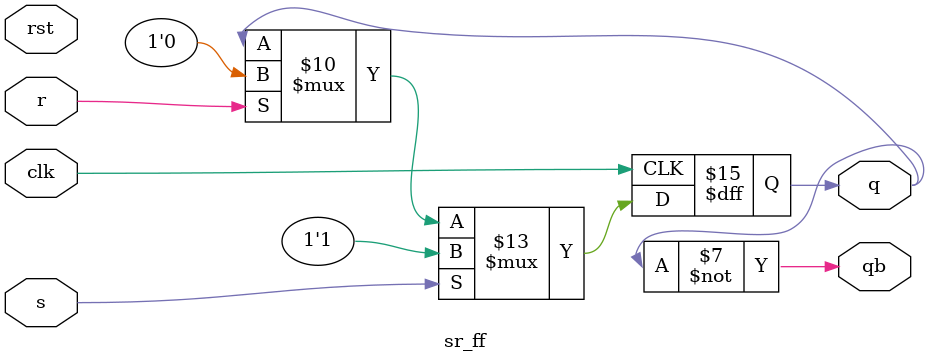
<source format=v>
`timescale 1ns / 1ps


//sr flipflop blocking assignment
/*module sr_ff(input wire s,r,clk,rst,output reg q,output qb);
always @(posedge clk)
begin 
 if(s == 1)
 begin 
 q = 1;

 end

 else if (r == 1)
  begin 
    q = 0;
    
  end 
  
  else if ( s == 0 & r == 0)
   begin 
      q = q;
     
   end

end
assign qb =~q; 
endmodule*/

//sr flipflop nonblocking assignment
module sr_ff(input wire s,r,clk,rst,output reg q,output qb);
always @(posedge clk)
begin 
 if(s == 1)
 begin 
 q <= 1;

 end

 else if (r == 1)
  begin 
    q <= 0;
    
  end 
  
  else if ( s == 0 & r == 0)
   begin 
      q <= q;
     
   end

end
assign qb =~q; 
endmodule

</source>
